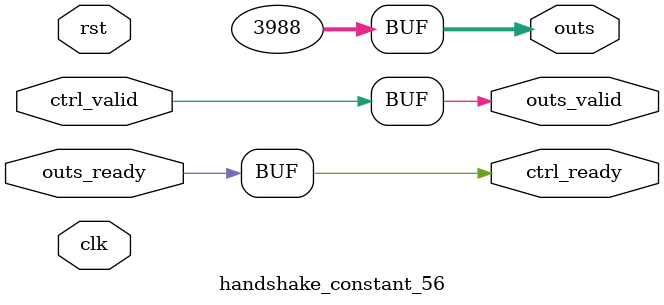
<source format=v>
`timescale 1ns / 1ps
module handshake_constant_56 #(
  parameter DATA_WIDTH = 32  // Default set to 32 bits
) (
  input                       clk,
  input                       rst,
  // Input Channel
  input                       ctrl_valid,
  output                      ctrl_ready,
  // Output Channel
  output [DATA_WIDTH - 1 : 0] outs,
  output                      outs_valid,
  input                       outs_ready
);
  assign outs       = 12'b111110010100;
  assign outs_valid = ctrl_valid;
  assign ctrl_ready = outs_ready;

endmodule

</source>
